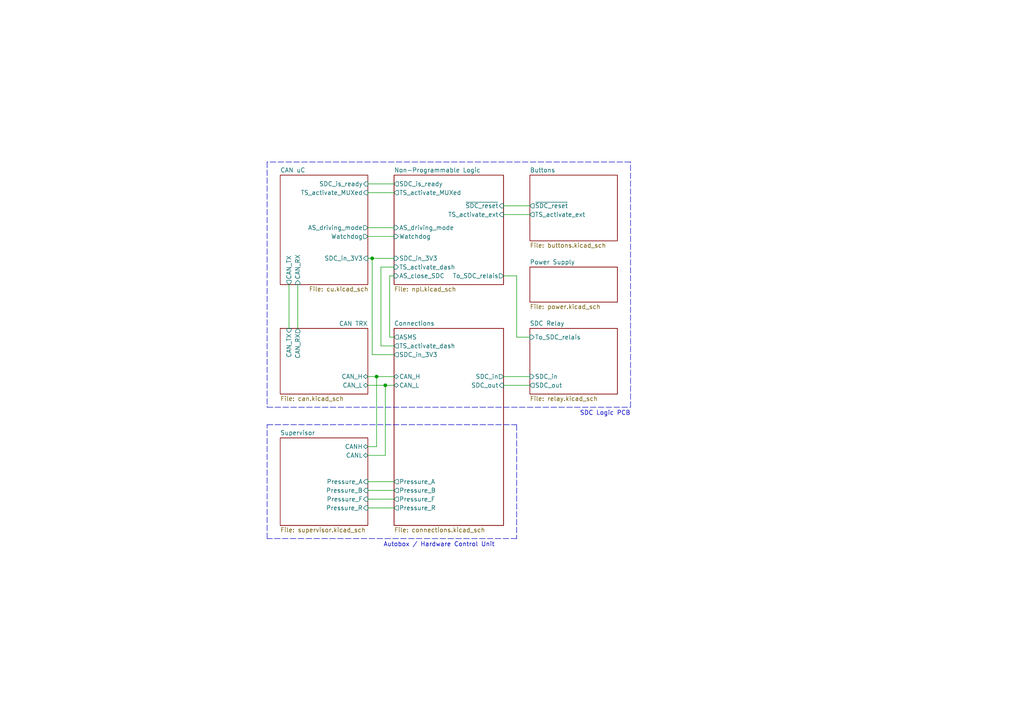
<source format=kicad_sch>
(kicad_sch (version 20211123) (generator eeschema)
  (paper "A4")
  (title_block (title "SDCL - Meta") (date "2021-12-16") (rev "v1.0") (company "FaSTTUBe - Formula Student Team TU Berlin") (comment 1 "Car 113") (comment 2 "EBS Electronics") (comment 3 "T 14.5 rule conformity"))
  (lib_symbols)
  (junction (at 109.22 109.22))
  (junction (at 107.95 74.93))
  (junction (at 111.76 111.76))
  (wire (pts (xy 107.95 74.93) (xy 114.3 74.93)))
  (wire (pts (xy 107.95 74.93) (xy 107.95 102.87)))
  (polyline (pts (xy 149.86 156.21) (xy 77.47 156.21)))
  (wire (pts (xy 146.05 111.76) (xy 153.67 111.76)))
  (polyline (pts (xy 149.86 123.19) (xy 149.86 156.21)))
  (wire (pts (xy 106.68 142.24) (xy 114.3 142.24)))
  (polyline (pts (xy 182.88 46.99) (xy 77.47 46.99)))
  (wire (pts (xy 106.68 68.58) (xy 114.3 68.58)))
  (wire (pts (xy 83.82 82.55) (xy 83.82 95.25)))
  (wire (pts (xy 114.3 102.87) (xy 107.95 102.87)))
  (polyline (pts (xy 77.47 46.99) (xy 77.47 118.11)))
  (wire (pts (xy 106.68 74.93) (xy 107.95 74.93)))
  (wire (pts (xy 111.76 132.08) (xy 111.76 111.76)))
  (wire (pts (xy 86.36 82.55) (xy 86.36 95.25)))
  (wire (pts (xy 106.68 129.54) (xy 109.22 129.54)))
  (wire (pts (xy 110.49 77.47) (xy 114.3 77.47)))
  (wire (pts (xy 113.03 80.01) (xy 113.03 97.79)))
  (wire (pts (xy 146.05 109.22) (xy 153.67 109.22)))
  (wire (pts (xy 149.86 80.01) (xy 149.86 97.79)))
  (wire (pts (xy 146.05 80.01) (xy 149.86 80.01)))
  (polyline (pts (xy 77.47 118.11) (xy 182.88 118.11)))
  (wire (pts (xy 114.3 80.01) (xy 113.03 80.01)))
  (wire (pts (xy 111.76 111.76) (xy 114.3 111.76)))
  (wire (pts (xy 109.22 109.22) (xy 109.22 129.54)))
  (wire (pts (xy 109.22 109.22) (xy 114.3 109.22)))
  (wire (pts (xy 106.68 55.88) (xy 114.3 55.88)))
  (wire (pts (xy 106.68 132.08) (xy 111.76 132.08)))
  (wire (pts (xy 106.68 66.04) (xy 114.3 66.04)))
  (polyline (pts (xy 77.47 123.19) (xy 149.86 123.19)))
  (wire (pts (xy 146.05 59.69) (xy 153.67 59.69)))
  (wire (pts (xy 106.68 147.32) (xy 114.3 147.32)))
  (wire (pts (xy 113.03 97.79) (xy 114.3 97.79)))
  (polyline (pts (xy 77.47 156.21) (xy 77.47 123.19)))
  (wire (pts (xy 110.49 100.33) (xy 110.49 77.47)))
  (wire (pts (xy 149.86 97.79) (xy 153.67 97.79)))
  (wire (pts (xy 106.68 139.7) (xy 114.3 139.7)))
  (wire (pts (xy 114.3 100.33) (xy 110.49 100.33)))
  (polyline (pts (xy 182.88 118.11) (xy 182.88 46.99)))
  (wire (pts (xy 106.68 109.22) (xy 109.22 109.22)))
  (wire (pts (xy 106.68 144.78) (xy 114.3 144.78)))
  (wire (pts (xy 146.05 62.23) (xy 153.67 62.23)))
  (wire (pts (xy 106.68 53.34) (xy 114.3 53.34)))
  (wire (pts (xy 106.68 111.76) (xy 111.76 111.76)))
  (text "SDC Logic PCB" (at 182.88 120.65 180) (effects (font (size 1.27 1.27)) (justify right bottom)))
  (text "Autobox / Hardware Control Unit" (at 143.51 158.75 180) (effects (font (size 1.27 1.27)) (justify right bottom)))
  (sheet (at 114.3 50.8) (size 31.75 31.75)
    (property "Sheet name" "Non-Programmable Logic" (at 114.3 50.0884 0) (effects (justify left bottom)))
    (property "Sheet file" "npl.kicad_sch" (at 114.3 83.1346 0) (effects (justify left top)))
    (pin "AS_driving_mode" input (at 114.3 66.04 180))
    (pin "TS_activate_dash" input (at 114.3 77.47 180))
    (pin "TS_activate_ext" input (at 146.05 62.23 0))
    (pin "AS_close_SDC" input (at 114.3 80.01 180))
    (pin "Watchdog" input (at 114.3 68.58 180))
    (pin "SDC_in_3V3" input (at 114.3 74.93 180))
    (pin "To_SDC_relais" output (at 146.05 80.01 0))
    (pin "SDC_is_ready" output (at 114.3 53.34 180))
    (pin "~{SDC_reset}" input (at 146.05 59.69 0))
    (pin "TS_activate_MUXed" output (at 114.3 55.88 180))
  )
  (sheet (at 81.28 50.8) (size 25.4 31.75)
    (property "Sheet name" "CAN uC" (at 81.28 50.0884 0) (effects (justify left bottom)))
    (property "Sheet file" "cu.kicad_sch" (at 89.5815 83.1009 0) (effects (justify left top)))
    (pin "SDC_is_ready" input (at 106.68 53.34 0))
    (pin "AS_driving_mode" output (at 106.68 66.04 0))
    (pin "Watchdog" output (at 106.68 68.58 0))
    (pin "CAN_RX" input (at 86.36 82.55 270))
    (pin "CAN_TX" output (at 83.82 82.55 270))
    (pin "TS_activate_MUXed" input (at 106.68 55.88 0))
    (pin "SDC_in_3V3" input (at 106.68 74.93 0))
  )
  (sheet (at 153.67 95.25) (size 25.4 19.05)
    (property "Sheet name" "SDC Relay" (at 153.67 94.5384 0) (effects (justify left bottom)))
    (property "Sheet file" "relay.kicad_sch" (at 153.67 114.8846 0) (effects (justify left top)))
    (pin "To_SDC_relais" input (at 153.67 97.79 180))
    (pin "SDC_in" input (at 153.67 109.22 180))
    (pin "SDC_out" output (at 153.67 111.76 180))
  )
  (sheet (at 153.67 77.47) (size 25.4 10.16)
    (property "Sheet name" "Power Supply" (at 153.67 76.7584 0) (effects (justify left bottom)))
    (property "Sheet file" "power.kicad_sch" (at 153.67 88.2146 0) (effects (justify left top)))
  )
  (sheet (at 114.3 95.25) (size 31.75 57.15)
    (property "Sheet name" "Connections" (at 114.3 94.5384 0) (effects (justify left bottom)))
    (property "Sheet file" "connections.kicad_sch" (at 114.3 152.9846 0) (effects (justify left top)))
    (pin "SDC_in_3V3" output (at 114.3 102.87 180))
    (pin "TS_activate_dash" output (at 114.3 100.33 180))
    (pin "SDC_in" output (at 146.05 109.22 0))
    (pin "SDC_out" input (at 146.05 111.76 0))
    (pin "CAN_H" bidirectional (at 114.3 109.22 180))
    (pin "CAN_L" bidirectional (at 114.3 111.76 180))
    (pin "Pressure_A" output (at 114.3 139.7 180))
    (pin "Pressure_B" output (at 114.3 142.24 180))
    (pin "Pressure_F" output (at 114.3 144.78 180))
    (pin "Pressure_R" output (at 114.3 147.32 180))
    (pin "ASMS" output (at 114.3 97.79 180))
  )
  (sheet (at 81.28 95.25) (size 25.4 19.05)
    (property "Sheet name" "CAN TRX" (at 98.3286 94.603 0) (effects (justify left bottom)))
    (property "Sheet file" "can.kicad_sch" (at 81.28 114.8846 0) (effects (justify left top)))
    (pin "CAN_H" bidirectional (at 106.68 109.22 0))
    (pin "CAN_L" bidirectional (at 106.68 111.76 0))
    (pin "CAN_TX" input (at 83.82 95.25 90))
    (pin "CAN_RX" output (at 86.36 95.25 90))
  )
  (sheet (at 81.28 127) (size 25.4 25.4)
    (property "Sheet name" "Supervisor" (at 81.28 126.2884 0) (effects (justify left bottom)))
    (property "Sheet file" "supervisor.kicad_sch" (at 81.28 152.9846 0) (effects (justify left top)))
    (pin "CANH" bidirectional (at 106.68 129.54 0))
    (pin "CANL" bidirectional (at 106.68 132.08 0))
    (pin "Pressure_A" input (at 106.68 139.7 0))
    (pin "Pressure_B" input (at 106.68 142.24 0))
    (pin "Pressure_F" input (at 106.68 144.78 0))
    (pin "Pressure_R" input (at 106.68 147.32 0))
  )
  (sheet (at 153.67 50.8) (size 25.4 19.05) (stroke (width 0.1524))
    (property "Sheet name" "Buttons" (at 153.67 50.0884 0) (effects (justify left bottom)))
    (property "Sheet file" "buttons.kicad_sch" (at 153.67 70.4346 0) (effects (justify left top)))
    (pin "~{SDC_reset}" output (at 153.67 59.69 180))
    (pin "TS_activate_ext" output (at 153.67 62.23 180))
  )
)
</source>
